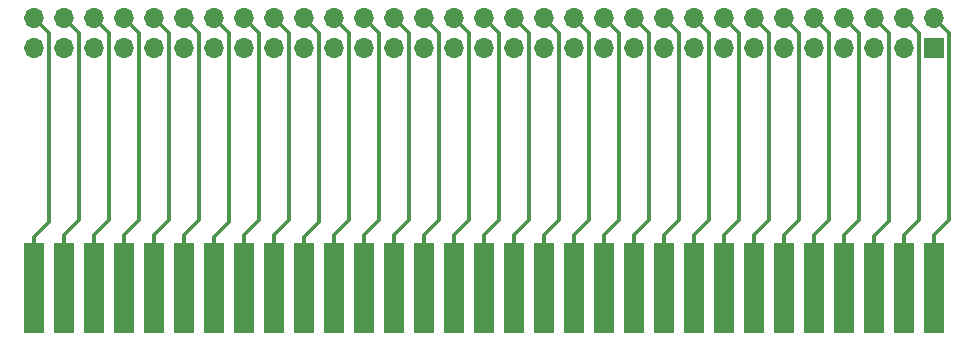
<source format=gtl>
%TF.GenerationSoftware,KiCad,Pcbnew,(5.1.9)-1*%
%TF.CreationDate,2021-05-05T16:30:24+08:00*%
%TF.ProjectId,ISAtoTandyPlus,49534174-6f54-4616-9e64-79506c75732e,rev?*%
%TF.SameCoordinates,Original*%
%TF.FileFunction,Copper,L1,Top*%
%TF.FilePolarity,Positive*%
%FSLAX46Y46*%
G04 Gerber Fmt 4.6, Leading zero omitted, Abs format (unit mm)*
G04 Created by KiCad (PCBNEW (5.1.9)-1) date 2021-05-05 16:30:24*
%MOMM*%
%LPD*%
G01*
G04 APERTURE LIST*
%TA.AperFunction,ComponentPad*%
%ADD10R,1.700000X1.700000*%
%TD*%
%TA.AperFunction,ComponentPad*%
%ADD11O,1.700000X1.700000*%
%TD*%
%TA.AperFunction,ConnectorPad*%
%ADD12R,1.780000X7.620000*%
%TD*%
%TA.AperFunction,Conductor*%
%ADD13C,0.340000*%
%TD*%
%TA.AperFunction,Conductor*%
%ADD14C,0.339000*%
%TD*%
G04 APERTURE END LIST*
D10*
%TO.P,J3,1*%
%TO.N,GND1*%
X175260000Y-118110000D03*
D11*
%TO.P,J3,32*%
%TO.N,~IO_CH_CK*%
X175260000Y-115570000D03*
%TO.P,J3,2*%
%TO.N,RESET*%
X172720000Y-118110000D03*
%TO.P,J3,33*%
%TO.N,D7*%
X172720000Y-115570000D03*
%TO.P,J3,3*%
%TO.N,VCC1*%
X170180000Y-118110000D03*
%TO.P,J3,34*%
%TO.N,D6*%
X170180000Y-115570000D03*
%TO.P,J3,4*%
%TO.N,IRQ2*%
X167640000Y-118110000D03*
%TO.P,J3,35*%
%TO.N,D5*%
X167640000Y-115570000D03*
%TO.P,J3,5*%
%TO.N,Net-(J3-Pad5)*%
X165100000Y-118110000D03*
%TO.P,J3,36*%
%TO.N,D4*%
X165100000Y-115570000D03*
%TO.P,J3,6*%
%TO.N,DRQ2*%
X162560000Y-118110000D03*
%TO.P,J3,37*%
%TO.N,D3*%
X162560000Y-115570000D03*
%TO.P,J3,7*%
%TO.N,-12V*%
X160020000Y-118110000D03*
%TO.P,J3,38*%
%TO.N,D2*%
X160020000Y-115570000D03*
%TO.P,J3,8*%
%TO.N,Net-(J3-Pad8)*%
X157480000Y-118110000D03*
%TO.P,J3,39*%
%TO.N,D1*%
X157480000Y-115570000D03*
%TO.P,J3,9*%
%TO.N,12V*%
X154940000Y-118110000D03*
%TO.P,J3,40*%
%TO.N,D0*%
X154940000Y-115570000D03*
%TO.P,J3,10*%
%TO.N,GND2*%
X152400000Y-118110000D03*
%TO.P,J3,41*%
%TO.N,IOCHRDY*%
X152400000Y-115570000D03*
%TO.P,J3,11*%
%TO.N,~MEMW*%
X149860000Y-118110000D03*
%TO.P,J3,42*%
%TO.N,AEN*%
X149860000Y-115570000D03*
%TO.P,J3,12*%
%TO.N,~MEMR*%
X147320000Y-118110000D03*
%TO.P,J3,43*%
%TO.N,A19*%
X147320000Y-115570000D03*
%TO.P,J3,13*%
%TO.N,~IOW*%
X144780000Y-118110000D03*
%TO.P,J3,44*%
%TO.N,A18*%
X144780000Y-115570000D03*
%TO.P,J3,14*%
%TO.N,~IOR*%
X142240000Y-118110000D03*
%TO.P,J3,45*%
%TO.N,A17*%
X142240000Y-115570000D03*
%TO.P,J3,15*%
%TO.N,Net-(J3-Pad15)*%
X139700000Y-118110000D03*
%TO.P,J3,46*%
%TO.N,A16*%
X139700000Y-115570000D03*
%TO.P,J3,16*%
%TO.N,Net-(J3-Pad16)*%
X137160000Y-118110000D03*
%TO.P,J3,47*%
%TO.N,A15*%
X137160000Y-115570000D03*
%TO.P,J3,17*%
%TO.N,Net-(J3-Pad17)*%
X134620000Y-118110000D03*
%TO.P,J3,48*%
%TO.N,A14*%
X134620000Y-115570000D03*
%TO.P,J3,18*%
%TO.N,Net-(J3-Pad18)*%
X132080000Y-118110000D03*
%TO.P,J3,49*%
%TO.N,A13*%
X132080000Y-115570000D03*
%TO.P,J3,19*%
%TO.N,~DACK0*%
X129540000Y-118110000D03*
%TO.P,J3,50*%
%TO.N,A12*%
X129540000Y-115570000D03*
%TO.P,J3,20*%
%TO.N,CLK*%
X127000000Y-118110000D03*
%TO.P,J3,51*%
%TO.N,A11*%
X127000000Y-115570000D03*
%TO.P,J3,21*%
%TO.N,IRQ7*%
X124460000Y-118110000D03*
%TO.P,J3,52*%
%TO.N,A10*%
X124460000Y-115570000D03*
%TO.P,J3,22*%
%TO.N,IRQ6*%
X121920000Y-118110000D03*
%TO.P,J3,53*%
%TO.N,A09*%
X121920000Y-115570000D03*
%TO.P,J3,23*%
%TO.N,Net-(J3-Pad23)*%
X119380000Y-118110000D03*
%TO.P,J3,54*%
%TO.N,A08*%
X119380000Y-115570000D03*
%TO.P,J3,24*%
%TO.N,IRQ4*%
X116840000Y-118110000D03*
%TO.P,J3,55*%
%TO.N,A07*%
X116840000Y-115570000D03*
%TO.P,J3,25*%
%TO.N,IRQ3*%
X114300000Y-118110000D03*
%TO.P,J3,56*%
%TO.N,A06*%
X114300000Y-115570000D03*
%TO.P,J3,26*%
%TO.N,~DACK2*%
X111760000Y-118110000D03*
%TO.P,J3,57*%
%TO.N,A05*%
X111760000Y-115570000D03*
%TO.P,J3,27*%
%TO.N,TC*%
X109220000Y-118110000D03*
%TO.P,J3,58*%
%TO.N,A04*%
X109220000Y-115570000D03*
%TO.P,J3,28*%
%TO.N,ALE*%
X106680000Y-118110000D03*
%TO.P,J3,59*%
%TO.N,A03*%
X106680000Y-115570000D03*
%TO.P,J3,29*%
%TO.N,VCC2*%
X104140000Y-118110000D03*
%TO.P,J3,60*%
%TO.N,A02*%
X104140000Y-115570000D03*
%TO.P,J3,30*%
%TO.N,OSC*%
X101600000Y-118110000D03*
%TO.P,J3,61*%
%TO.N,A01*%
X101600000Y-115570000D03*
%TO.P,J3,31*%
%TO.N,GND3*%
X99060000Y-118110000D03*
%TO.P,J3,62*%
%TO.N,A00*%
X99060000Y-115570000D03*
%TD*%
D12*
%TO.P,J1,62*%
%TO.N,A00*%
X99060000Y-138430000D03*
%TO.P,J1,61*%
%TO.N,A01*%
X101600000Y-138430000D03*
%TO.P,J1,60*%
%TO.N,A02*%
X104140000Y-138430000D03*
%TO.P,J1,59*%
%TO.N,A03*%
X106680000Y-138430000D03*
%TO.P,J1,58*%
%TO.N,A04*%
X109220000Y-138430000D03*
%TO.P,J1,57*%
%TO.N,A05*%
X111760000Y-138430000D03*
%TO.P,J1,56*%
%TO.N,A06*%
X114300000Y-138430000D03*
%TO.P,J1,55*%
%TO.N,A07*%
X116840000Y-138430000D03*
%TO.P,J1,54*%
%TO.N,A08*%
X119380000Y-138430000D03*
%TO.P,J1,53*%
%TO.N,A09*%
X121920000Y-138430000D03*
%TO.P,J1,52*%
%TO.N,A10*%
X124460000Y-138430000D03*
%TO.P,J1,51*%
%TO.N,A11*%
X127000000Y-138430000D03*
%TO.P,J1,50*%
%TO.N,A12*%
X129540000Y-138430000D03*
%TO.P,J1,49*%
%TO.N,A13*%
X132080000Y-138430000D03*
%TO.P,J1,48*%
%TO.N,A14*%
X134620000Y-138430000D03*
%TO.P,J1,47*%
%TO.N,A15*%
X137160000Y-138430000D03*
%TO.P,J1,46*%
%TO.N,A16*%
X139700000Y-138430000D03*
%TO.P,J1,45*%
%TO.N,A17*%
X142240000Y-138430000D03*
%TO.P,J1,44*%
%TO.N,A18*%
X144780000Y-138430000D03*
%TO.P,J1,43*%
%TO.N,A19*%
X147320000Y-138430000D03*
%TO.P,J1,42*%
%TO.N,AEN*%
X149860000Y-138430000D03*
%TO.P,J1,41*%
%TO.N,IOCHRDY*%
X152400000Y-138430000D03*
%TO.P,J1,40*%
%TO.N,D0*%
X154940000Y-138430000D03*
%TO.P,J1,39*%
%TO.N,D1*%
X157480000Y-138430000D03*
%TO.P,J1,38*%
%TO.N,D2*%
X160020000Y-138430000D03*
%TO.P,J1,37*%
%TO.N,D3*%
X162560000Y-138430000D03*
%TO.P,J1,36*%
%TO.N,D4*%
X165100000Y-138430000D03*
%TO.P,J1,35*%
%TO.N,D5*%
X167640000Y-138430000D03*
%TO.P,J1,34*%
%TO.N,D6*%
X170180000Y-138430000D03*
%TO.P,J1,33*%
%TO.N,D7*%
X172720000Y-138430000D03*
%TO.P,J1,32*%
%TO.N,~IO_CH_CK*%
X175260000Y-138430000D03*
%TD*%
D13*
%TO.N,A00*%
X99060000Y-115570000D02*
X100330000Y-116840000D01*
X100330000Y-116840000D02*
X100330000Y-132862500D01*
X100330000Y-132862500D02*
X99060000Y-134132500D01*
X99060000Y-134132500D02*
X99060000Y-138430000D01*
%TO.N,A01*%
X101600000Y-138430000D02*
X101600000Y-133985000D01*
X101600000Y-133985000D02*
X102870000Y-132715000D01*
X102870000Y-132715000D02*
X102870000Y-116840000D01*
X102870000Y-116840000D02*
X101600000Y-115570000D01*
%TO.N,A02*%
X104140000Y-115570000D02*
X105410000Y-116840000D01*
X105410000Y-116840000D02*
X105410000Y-132715000D01*
X105410000Y-132715000D02*
X104140000Y-133985000D01*
X104140000Y-133985000D02*
X104140000Y-138430000D01*
%TO.N,A03*%
X106680000Y-133985000D02*
X106680000Y-138430000D01*
X107950000Y-132715000D02*
X106680000Y-133985000D01*
X107950000Y-116840000D02*
X107950000Y-132715000D01*
X106680000Y-115570000D02*
X107950000Y-116840000D01*
%TO.N,A04*%
X109220000Y-133985000D02*
X109220000Y-138430000D01*
X110490000Y-132715000D02*
X109220000Y-133985000D01*
X110490000Y-116840000D02*
X110490000Y-132715000D01*
X109220000Y-115570000D02*
X110490000Y-116840000D01*
%TO.N,A05*%
X111760000Y-133985000D02*
X111760000Y-138430000D01*
X113030000Y-132715000D02*
X111760000Y-133985000D01*
X113030000Y-116840000D02*
X113030000Y-132715000D01*
X111760000Y-115570000D02*
X113030000Y-116840000D01*
%TO.N,A06*%
X114300000Y-134132500D02*
X114300000Y-138430000D01*
X115570000Y-132862500D02*
X114300000Y-134132500D01*
X115570000Y-116840000D02*
X115570000Y-132862500D01*
X114300000Y-115570000D02*
X115570000Y-116840000D01*
%TO.N,A07*%
X116840000Y-133985000D02*
X116840000Y-138430000D01*
X118110000Y-132715000D02*
X116840000Y-133985000D01*
X118110000Y-116840000D02*
X118110000Y-132715000D01*
X116840000Y-115570000D02*
X118110000Y-116840000D01*
%TO.N,A08*%
X119380000Y-133985000D02*
X119380000Y-138430000D01*
X120650000Y-132715000D02*
X119380000Y-133985000D01*
X120650000Y-116840000D02*
X120650000Y-132715000D01*
X119380000Y-115570000D02*
X120650000Y-116840000D01*
%TO.N,A09*%
X121920000Y-134132500D02*
X121920000Y-138430000D01*
X123190000Y-116840000D02*
X123190000Y-132862500D01*
X123190000Y-132862500D02*
X121920000Y-134132500D01*
X121920000Y-115570000D02*
X123190000Y-116840000D01*
%TO.N,A10*%
X124460000Y-133985000D02*
X124460000Y-138430000D01*
X125730000Y-132715000D02*
X124460000Y-133985000D01*
X125730000Y-116840000D02*
X125730000Y-132715000D01*
X124460000Y-115570000D02*
X125730000Y-116840000D01*
%TO.N,A11*%
X127000000Y-133985000D02*
X127000000Y-138430000D01*
X128270000Y-116840000D02*
X128270000Y-132715000D01*
X128270000Y-132715000D02*
X127000000Y-133985000D01*
X127000000Y-115570000D02*
X128270000Y-116840000D01*
%TO.N,A12*%
X129540000Y-133985000D02*
X129540000Y-138430000D01*
X130810000Y-132715000D02*
X129540000Y-133985000D01*
X130810000Y-116840000D02*
X130810000Y-132715000D01*
X129540000Y-115570000D02*
X130810000Y-116840000D01*
%TO.N,A13*%
X132080000Y-133985000D02*
X132080000Y-138430000D01*
X133350000Y-132715000D02*
X132080000Y-133985000D01*
X133350000Y-116840000D02*
X133350000Y-132715000D01*
X132080000Y-115570000D02*
X133350000Y-116840000D01*
%TO.N,A14*%
X134620000Y-133985000D02*
X134620000Y-138430000D01*
X135890000Y-132715000D02*
X134620000Y-133985000D01*
X135890000Y-116840000D02*
X135890000Y-132715000D01*
X134620000Y-115570000D02*
X135890000Y-116840000D01*
%TO.N,A15*%
X137160000Y-133985000D02*
X137160000Y-138430000D01*
X138430000Y-132715000D02*
X137160000Y-133985000D01*
X138430000Y-116840000D02*
X138430000Y-132715000D01*
X137160000Y-115570000D02*
X138430000Y-116840000D01*
%TO.N,A16*%
X140970000Y-132715000D02*
X139700000Y-133985000D01*
X139700000Y-133985000D02*
X139700000Y-138430000D01*
X140970000Y-116840000D02*
X140970000Y-132715000D01*
X139700000Y-115570000D02*
X140970000Y-116840000D01*
%TO.N,A17*%
X142240000Y-133985000D02*
X142240000Y-138430000D01*
X143510000Y-116840000D02*
X143510000Y-132715000D01*
X143510000Y-132715000D02*
X142240000Y-133985000D01*
X142240000Y-115570000D02*
X143510000Y-116840000D01*
%TO.N,A18*%
X146050000Y-132715000D02*
X144780000Y-133985000D01*
X144780000Y-133985000D02*
X144780000Y-138430000D01*
X146050000Y-116840000D02*
X146050000Y-132715000D01*
X144780000Y-115570000D02*
X146050000Y-116840000D01*
%TO.N,A19*%
X147320000Y-133985000D02*
X147320000Y-138430000D01*
X148590000Y-132715000D02*
X147320000Y-133985000D01*
X148590000Y-116840000D02*
X148590000Y-132715000D01*
X147320000Y-115570000D02*
X148590000Y-116840000D01*
%TO.N,AEN*%
X149860000Y-133985000D02*
X149860000Y-138430000D01*
X151130000Y-132715000D02*
X149860000Y-133985000D01*
X151130000Y-116840000D02*
X151130000Y-132715000D01*
X149860000Y-115570000D02*
X151130000Y-116840000D01*
%TO.N,IOCHRDY*%
X152400000Y-133985000D02*
X152400000Y-138430000D01*
X153670000Y-132715000D02*
X152400000Y-133985000D01*
X153670000Y-116840000D02*
X153670000Y-132715000D01*
X152400000Y-115570000D02*
X153670000Y-116840000D01*
%TO.N,D0*%
X154940000Y-133985000D02*
X154940000Y-138430000D01*
X156210000Y-132715000D02*
X154940000Y-133985000D01*
X156210000Y-116840000D02*
X156210000Y-132715000D01*
X154940000Y-115570000D02*
X156210000Y-116840000D01*
%TO.N,D1*%
X157480000Y-133985000D02*
X157480000Y-138430000D01*
X158750000Y-132715000D02*
X157480000Y-133985000D01*
X158750000Y-116840000D02*
X158750000Y-132715000D01*
X157480000Y-115570000D02*
X158750000Y-116840000D01*
%TO.N,D2*%
X161290000Y-132715000D02*
X160020000Y-133985000D01*
X160020000Y-133985000D02*
X160020000Y-138430000D01*
X161290000Y-116840000D02*
X161290000Y-132715000D01*
X160020000Y-115570000D02*
X161290000Y-116840000D01*
%TO.N,D3*%
X162560000Y-133985000D02*
X162560000Y-138430000D01*
X163830000Y-132715000D02*
X162560000Y-133985000D01*
X163830000Y-116840000D02*
X163830000Y-132715000D01*
X162560000Y-115570000D02*
X163830000Y-116840000D01*
%TO.N,D4*%
X165100000Y-133985000D02*
X165100000Y-138430000D01*
X166370000Y-132715000D02*
X165100000Y-133985000D01*
X166370000Y-116840000D02*
X166370000Y-132715000D01*
X165100000Y-115570000D02*
X166370000Y-116840000D01*
%TO.N,D5*%
X167640000Y-133985000D02*
X167640000Y-138430000D01*
X168910000Y-132715000D02*
X167640000Y-133985000D01*
X168910000Y-116840000D02*
X168910000Y-132715000D01*
X167640000Y-115570000D02*
X168910000Y-116840000D01*
%TO.N,D6*%
X170180000Y-134058750D02*
X170180000Y-138430000D01*
X171450000Y-132788750D02*
X170180000Y-134058750D01*
X171450000Y-116840000D02*
X171450000Y-132788750D01*
X170180000Y-115570000D02*
X171450000Y-116840000D01*
%TO.N,D7*%
X172720000Y-115570000D02*
X173989999Y-116839999D01*
D14*
X173989999Y-116839999D02*
X173989999Y-132714999D01*
D13*
X172720000Y-133984999D02*
X172720000Y-138430000D01*
X173989999Y-132715000D02*
X172720000Y-133984999D01*
X173989999Y-132714999D02*
X173989999Y-132715000D01*
%TO.N,~IO_CH_CK*%
X175260000Y-133985000D02*
X175260000Y-138430000D01*
X176530001Y-132714999D02*
X175260000Y-133985000D01*
X176530001Y-116840001D02*
X176530001Y-132714999D01*
X175260000Y-115570000D02*
X176530001Y-116840001D01*
%TD*%
M02*

</source>
